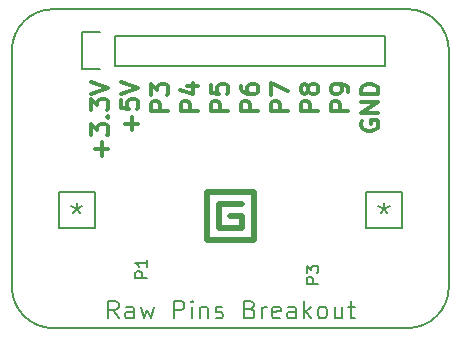
<source format=gto>
G04 #@! TF.FileFunction,Legend,Top*
%FSLAX46Y46*%
G04 Gerber Fmt 4.6, Leading zero omitted, Abs format (unit mm)*
G04 Created by KiCad (PCBNEW 4.0.2-stable) date 19/05/2016 22:01:24*
%MOMM*%
G01*
G04 APERTURE LIST*
%ADD10C,0.100000*%
%ADD11C,0.150000*%
%ADD12C,0.200000*%
%ADD13C,0.300000*%
%ADD14C,0.500000*%
G04 APERTURE END LIST*
D10*
D11*
X10000000Y1500000D02*
X40000000Y1500000D01*
X10000000Y28500000D02*
X40000000Y28500000D01*
D12*
X38000000Y12095238D02*
X38000000Y11619048D01*
X37523809Y11809524D02*
X38000000Y11619048D01*
X38476190Y11809524D01*
X37714285Y11238095D02*
X38000000Y11619048D01*
X38285714Y11238095D01*
X39500000Y10000000D02*
X39500000Y13000000D01*
X36500000Y10000000D02*
X39500000Y10000000D01*
X36500000Y10000000D02*
X36500000Y13000000D01*
X39500000Y13000000D02*
X36500000Y13000000D01*
X12000000Y12095238D02*
X12000000Y11619048D01*
X11523809Y11809524D02*
X12000000Y11619048D01*
X12476190Y11809524D01*
X11714285Y11238095D02*
X12000000Y11619048D01*
X12285714Y11238095D01*
X10500000Y13000000D02*
X10500000Y10000000D01*
X13500000Y13000000D02*
X10500000Y13000000D01*
X13500000Y10000000D02*
X13500000Y13000000D01*
X10500000Y10000000D02*
X13500000Y10000000D01*
D11*
X6500000Y5000000D02*
G75*
G03X10000000Y1500000I3500000J0D01*
G01*
X6500000Y5000000D02*
X6500000Y25000000D01*
X43500000Y25000000D02*
X43500000Y5000000D01*
X43500000Y25000000D02*
G75*
G03X40000000Y28500000I-3500000J0D01*
G01*
X40000000Y1500000D02*
G75*
G03X43500000Y5000000I0J3500000D01*
G01*
X10000000Y28500000D02*
G75*
G03X6500000Y25000000I0J-3500000D01*
G01*
D12*
X15535714Y2321429D02*
X15035714Y3035714D01*
X14678571Y2321429D02*
X14678571Y3821429D01*
X15249999Y3821429D01*
X15392857Y3750000D01*
X15464285Y3678571D01*
X15535714Y3535714D01*
X15535714Y3321429D01*
X15464285Y3178571D01*
X15392857Y3107143D01*
X15249999Y3035714D01*
X14678571Y3035714D01*
X16821428Y2321429D02*
X16821428Y3107143D01*
X16749999Y3250000D01*
X16607142Y3321429D01*
X16321428Y3321429D01*
X16178571Y3250000D01*
X16821428Y2392857D02*
X16678571Y2321429D01*
X16321428Y2321429D01*
X16178571Y2392857D01*
X16107142Y2535714D01*
X16107142Y2678571D01*
X16178571Y2821429D01*
X16321428Y2892857D01*
X16678571Y2892857D01*
X16821428Y2964286D01*
X17392857Y3321429D02*
X17678571Y2321429D01*
X17964285Y3035714D01*
X18250000Y2321429D01*
X18535714Y3321429D01*
X20250000Y2321429D02*
X20250000Y3821429D01*
X20821428Y3821429D01*
X20964286Y3750000D01*
X21035714Y3678571D01*
X21107143Y3535714D01*
X21107143Y3321429D01*
X21035714Y3178571D01*
X20964286Y3107143D01*
X20821428Y3035714D01*
X20250000Y3035714D01*
X21750000Y2321429D02*
X21750000Y3321429D01*
X21750000Y3821429D02*
X21678571Y3750000D01*
X21750000Y3678571D01*
X21821428Y3750000D01*
X21750000Y3821429D01*
X21750000Y3678571D01*
X22464286Y3321429D02*
X22464286Y2321429D01*
X22464286Y3178571D02*
X22535714Y3250000D01*
X22678572Y3321429D01*
X22892857Y3321429D01*
X23035714Y3250000D01*
X23107143Y3107143D01*
X23107143Y2321429D01*
X23750000Y2392857D02*
X23892857Y2321429D01*
X24178572Y2321429D01*
X24321429Y2392857D01*
X24392857Y2535714D01*
X24392857Y2607143D01*
X24321429Y2750000D01*
X24178572Y2821429D01*
X23964286Y2821429D01*
X23821429Y2892857D01*
X23750000Y3035714D01*
X23750000Y3107143D01*
X23821429Y3250000D01*
X23964286Y3321429D01*
X24178572Y3321429D01*
X24321429Y3250000D01*
X26678572Y3107143D02*
X26892858Y3035714D01*
X26964286Y2964286D01*
X27035715Y2821429D01*
X27035715Y2607143D01*
X26964286Y2464286D01*
X26892858Y2392857D01*
X26750000Y2321429D01*
X26178572Y2321429D01*
X26178572Y3821429D01*
X26678572Y3821429D01*
X26821429Y3750000D01*
X26892858Y3678571D01*
X26964286Y3535714D01*
X26964286Y3392857D01*
X26892858Y3250000D01*
X26821429Y3178571D01*
X26678572Y3107143D01*
X26178572Y3107143D01*
X27678572Y2321429D02*
X27678572Y3321429D01*
X27678572Y3035714D02*
X27750000Y3178571D01*
X27821429Y3250000D01*
X27964286Y3321429D01*
X28107143Y3321429D01*
X29178571Y2392857D02*
X29035714Y2321429D01*
X28750000Y2321429D01*
X28607143Y2392857D01*
X28535714Y2535714D01*
X28535714Y3107143D01*
X28607143Y3250000D01*
X28750000Y3321429D01*
X29035714Y3321429D01*
X29178571Y3250000D01*
X29250000Y3107143D01*
X29250000Y2964286D01*
X28535714Y2821429D01*
X30535714Y2321429D02*
X30535714Y3107143D01*
X30464285Y3250000D01*
X30321428Y3321429D01*
X30035714Y3321429D01*
X29892857Y3250000D01*
X30535714Y2392857D02*
X30392857Y2321429D01*
X30035714Y2321429D01*
X29892857Y2392857D01*
X29821428Y2535714D01*
X29821428Y2678571D01*
X29892857Y2821429D01*
X30035714Y2892857D01*
X30392857Y2892857D01*
X30535714Y2964286D01*
X31250000Y2321429D02*
X31250000Y3821429D01*
X31392857Y2892857D02*
X31821428Y2321429D01*
X31821428Y3321429D02*
X31250000Y2750000D01*
X32678572Y2321429D02*
X32535714Y2392857D01*
X32464286Y2464286D01*
X32392857Y2607143D01*
X32392857Y3035714D01*
X32464286Y3178571D01*
X32535714Y3250000D01*
X32678572Y3321429D01*
X32892857Y3321429D01*
X33035714Y3250000D01*
X33107143Y3178571D01*
X33178572Y3035714D01*
X33178572Y2607143D01*
X33107143Y2464286D01*
X33035714Y2392857D01*
X32892857Y2321429D01*
X32678572Y2321429D01*
X34464286Y3321429D02*
X34464286Y2321429D01*
X33821429Y3321429D02*
X33821429Y2535714D01*
X33892857Y2392857D01*
X34035715Y2321429D01*
X34250000Y2321429D01*
X34392857Y2392857D01*
X34464286Y2464286D01*
X34964286Y3321429D02*
X35535715Y3321429D01*
X35178572Y3821429D02*
X35178572Y2535714D01*
X35250000Y2392857D01*
X35392858Y2321429D01*
X35535715Y2321429D01*
D13*
X36110000Y19031428D02*
X36038571Y18888571D01*
X36038571Y18674285D01*
X36110000Y18460000D01*
X36252857Y18317142D01*
X36395714Y18245714D01*
X36681429Y18174285D01*
X36895714Y18174285D01*
X37181429Y18245714D01*
X37324286Y18317142D01*
X37467143Y18460000D01*
X37538571Y18674285D01*
X37538571Y18817142D01*
X37467143Y19031428D01*
X37395714Y19102857D01*
X36895714Y19102857D01*
X36895714Y18817142D01*
X37538571Y19745714D02*
X36038571Y19745714D01*
X37538571Y20602857D01*
X36038571Y20602857D01*
X37538571Y21317143D02*
X36038571Y21317143D01*
X36038571Y21674286D01*
X36110000Y21888571D01*
X36252857Y22031429D01*
X36395714Y22102857D01*
X36681429Y22174286D01*
X36895714Y22174286D01*
X37181429Y22102857D01*
X37324286Y22031429D01*
X37467143Y21888571D01*
X37538571Y21674286D01*
X37538571Y21317143D01*
X34998571Y19888572D02*
X33498571Y19888572D01*
X33498571Y20460000D01*
X33570000Y20602858D01*
X33641429Y20674286D01*
X33784286Y20745715D01*
X33998571Y20745715D01*
X34141429Y20674286D01*
X34212857Y20602858D01*
X34284286Y20460000D01*
X34284286Y19888572D01*
X34998571Y21460000D02*
X34998571Y21745715D01*
X34927143Y21888572D01*
X34855714Y21960000D01*
X34641429Y22102858D01*
X34355714Y22174286D01*
X33784286Y22174286D01*
X33641429Y22102858D01*
X33570000Y22031429D01*
X33498571Y21888572D01*
X33498571Y21602858D01*
X33570000Y21460000D01*
X33641429Y21388572D01*
X33784286Y21317143D01*
X34141429Y21317143D01*
X34284286Y21388572D01*
X34355714Y21460000D01*
X34427143Y21602858D01*
X34427143Y21888572D01*
X34355714Y22031429D01*
X34284286Y22102858D01*
X34141429Y22174286D01*
X32458571Y19888572D02*
X30958571Y19888572D01*
X30958571Y20460000D01*
X31030000Y20602858D01*
X31101429Y20674286D01*
X31244286Y20745715D01*
X31458571Y20745715D01*
X31601429Y20674286D01*
X31672857Y20602858D01*
X31744286Y20460000D01*
X31744286Y19888572D01*
X31601429Y21602858D02*
X31530000Y21460000D01*
X31458571Y21388572D01*
X31315714Y21317143D01*
X31244286Y21317143D01*
X31101429Y21388572D01*
X31030000Y21460000D01*
X30958571Y21602858D01*
X30958571Y21888572D01*
X31030000Y22031429D01*
X31101429Y22102858D01*
X31244286Y22174286D01*
X31315714Y22174286D01*
X31458571Y22102858D01*
X31530000Y22031429D01*
X31601429Y21888572D01*
X31601429Y21602858D01*
X31672857Y21460000D01*
X31744286Y21388572D01*
X31887143Y21317143D01*
X32172857Y21317143D01*
X32315714Y21388572D01*
X32387143Y21460000D01*
X32458571Y21602858D01*
X32458571Y21888572D01*
X32387143Y22031429D01*
X32315714Y22102858D01*
X32172857Y22174286D01*
X31887143Y22174286D01*
X31744286Y22102858D01*
X31672857Y22031429D01*
X31601429Y21888572D01*
X29918571Y19888572D02*
X28418571Y19888572D01*
X28418571Y20460000D01*
X28490000Y20602858D01*
X28561429Y20674286D01*
X28704286Y20745715D01*
X28918571Y20745715D01*
X29061429Y20674286D01*
X29132857Y20602858D01*
X29204286Y20460000D01*
X29204286Y19888572D01*
X28418571Y21245715D02*
X28418571Y22245715D01*
X29918571Y21602858D01*
X27378571Y19888572D02*
X25878571Y19888572D01*
X25878571Y20460000D01*
X25950000Y20602858D01*
X26021429Y20674286D01*
X26164286Y20745715D01*
X26378571Y20745715D01*
X26521429Y20674286D01*
X26592857Y20602858D01*
X26664286Y20460000D01*
X26664286Y19888572D01*
X25878571Y22031429D02*
X25878571Y21745715D01*
X25950000Y21602858D01*
X26021429Y21531429D01*
X26235714Y21388572D01*
X26521429Y21317143D01*
X27092857Y21317143D01*
X27235714Y21388572D01*
X27307143Y21460000D01*
X27378571Y21602858D01*
X27378571Y21888572D01*
X27307143Y22031429D01*
X27235714Y22102858D01*
X27092857Y22174286D01*
X26735714Y22174286D01*
X26592857Y22102858D01*
X26521429Y22031429D01*
X26450000Y21888572D01*
X26450000Y21602858D01*
X26521429Y21460000D01*
X26592857Y21388572D01*
X26735714Y21317143D01*
X24838571Y19888572D02*
X23338571Y19888572D01*
X23338571Y20460000D01*
X23410000Y20602858D01*
X23481429Y20674286D01*
X23624286Y20745715D01*
X23838571Y20745715D01*
X23981429Y20674286D01*
X24052857Y20602858D01*
X24124286Y20460000D01*
X24124286Y19888572D01*
X23338571Y22102858D02*
X23338571Y21388572D01*
X24052857Y21317143D01*
X23981429Y21388572D01*
X23910000Y21531429D01*
X23910000Y21888572D01*
X23981429Y22031429D01*
X24052857Y22102858D01*
X24195714Y22174286D01*
X24552857Y22174286D01*
X24695714Y22102858D01*
X24767143Y22031429D01*
X24838571Y21888572D01*
X24838571Y21531429D01*
X24767143Y21388572D01*
X24695714Y21317143D01*
X22298571Y19888572D02*
X20798571Y19888572D01*
X20798571Y20460000D01*
X20870000Y20602858D01*
X20941429Y20674286D01*
X21084286Y20745715D01*
X21298571Y20745715D01*
X21441429Y20674286D01*
X21512857Y20602858D01*
X21584286Y20460000D01*
X21584286Y19888572D01*
X21298571Y22031429D02*
X22298571Y22031429D01*
X20727143Y21674286D02*
X21798571Y21317143D01*
X21798571Y22245715D01*
X19758571Y19888572D02*
X18258571Y19888572D01*
X18258571Y20460000D01*
X18330000Y20602858D01*
X18401429Y20674286D01*
X18544286Y20745715D01*
X18758571Y20745715D01*
X18901429Y20674286D01*
X18972857Y20602858D01*
X19044286Y20460000D01*
X19044286Y19888572D01*
X18258571Y21245715D02*
X18258571Y22174286D01*
X18830000Y21674286D01*
X18830000Y21888572D01*
X18901429Y22031429D01*
X18972857Y22102858D01*
X19115714Y22174286D01*
X19472857Y22174286D01*
X19615714Y22102858D01*
X19687143Y22031429D01*
X19758571Y21888572D01*
X19758571Y21460000D01*
X19687143Y21317143D01*
X19615714Y21245715D01*
X16647143Y18245715D02*
X16647143Y19388572D01*
X17218571Y18817143D02*
X16075714Y18817143D01*
X15718571Y20817144D02*
X15718571Y20102858D01*
X16432857Y20031429D01*
X16361429Y20102858D01*
X16290000Y20245715D01*
X16290000Y20602858D01*
X16361429Y20745715D01*
X16432857Y20817144D01*
X16575714Y20888572D01*
X16932857Y20888572D01*
X17075714Y20817144D01*
X17147143Y20745715D01*
X17218571Y20602858D01*
X17218571Y20245715D01*
X17147143Y20102858D01*
X17075714Y20031429D01*
X15718571Y21317143D02*
X17218571Y21817143D01*
X15718571Y22317143D01*
X14107143Y16102858D02*
X14107143Y17245715D01*
X14678571Y16674286D02*
X13535714Y16674286D01*
X13178571Y17817144D02*
X13178571Y18745715D01*
X13750000Y18245715D01*
X13750000Y18460001D01*
X13821429Y18602858D01*
X13892857Y18674287D01*
X14035714Y18745715D01*
X14392857Y18745715D01*
X14535714Y18674287D01*
X14607143Y18602858D01*
X14678571Y18460001D01*
X14678571Y18031429D01*
X14607143Y17888572D01*
X14535714Y17817144D01*
X14535714Y19388572D02*
X14607143Y19460000D01*
X14678571Y19388572D01*
X14607143Y19317143D01*
X14535714Y19388572D01*
X14678571Y19388572D01*
X13178571Y19960001D02*
X13178571Y20888572D01*
X13750000Y20388572D01*
X13750000Y20602858D01*
X13821429Y20745715D01*
X13892857Y20817144D01*
X14035714Y20888572D01*
X14392857Y20888572D01*
X14535714Y20817144D01*
X14607143Y20745715D01*
X14678571Y20602858D01*
X14678571Y20174286D01*
X14607143Y20031429D01*
X14535714Y19960001D01*
X13178571Y21317143D02*
X14678571Y21817143D01*
X13178571Y22317143D01*
D11*
X15270000Y23730000D02*
X38130000Y23730000D01*
X38130000Y23730000D02*
X38130000Y26270000D01*
X38130000Y26270000D02*
X15270000Y26270000D01*
X12450000Y23450000D02*
X14000000Y23450000D01*
X15270000Y23730000D02*
X15270000Y26270000D01*
X14000000Y26550000D02*
X12450000Y26550000D01*
X12450000Y26550000D02*
X12450000Y23450000D01*
D14*
X23000000Y13000000D02*
X27000000Y13000000D01*
X27000000Y13000000D02*
X27000000Y9000000D01*
X27000000Y9000000D02*
X23000000Y9000000D01*
X23000000Y9000000D02*
X23000000Y13000000D01*
X26000000Y12000000D02*
X24000000Y12000000D01*
X24000000Y12000000D02*
X24000000Y10000000D01*
X24000000Y10000000D02*
X26000000Y10000000D01*
X26000000Y10000000D02*
X26000000Y11000000D01*
X26000000Y11000000D02*
X25000000Y11000000D01*
D12*
X32452381Y5261905D02*
X31452381Y5261905D01*
X31452381Y5642858D01*
X31500000Y5738096D01*
X31547619Y5785715D01*
X31642857Y5833334D01*
X31785714Y5833334D01*
X31880952Y5785715D01*
X31928571Y5738096D01*
X31976190Y5642858D01*
X31976190Y5261905D01*
X31452381Y6166667D02*
X31452381Y6785715D01*
X31833333Y6452381D01*
X31833333Y6595239D01*
X31880952Y6690477D01*
X31928571Y6738096D01*
X32023810Y6785715D01*
X32261905Y6785715D01*
X32357143Y6738096D01*
X32404762Y6690477D01*
X32452381Y6595239D01*
X32452381Y6309524D01*
X32404762Y6214286D01*
X32357143Y6166667D01*
X17952381Y5761905D02*
X16952381Y5761905D01*
X16952381Y6142858D01*
X17000000Y6238096D01*
X17047619Y6285715D01*
X17142857Y6333334D01*
X17285714Y6333334D01*
X17380952Y6285715D01*
X17428571Y6238096D01*
X17476190Y6142858D01*
X17476190Y5761905D01*
X17952381Y7285715D02*
X17952381Y6714286D01*
X17952381Y7000000D02*
X16952381Y7000000D01*
X17095238Y6904762D01*
X17190476Y6809524D01*
X17238095Y6714286D01*
M02*

</source>
